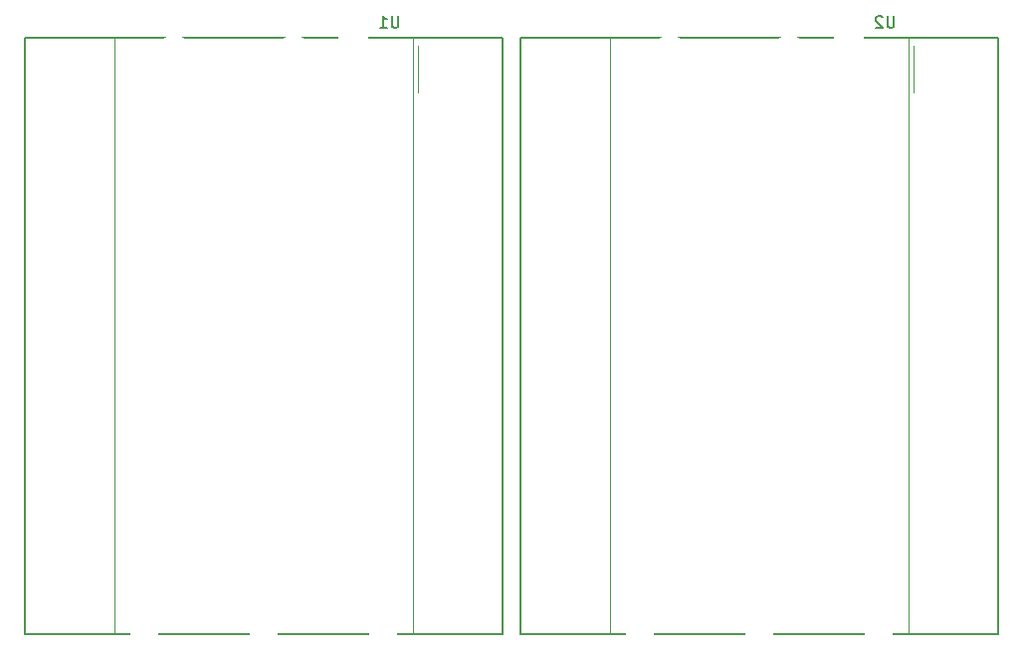
<source format=gbo>
G04 #@! TF.GenerationSoftware,KiCad,Pcbnew,5.1.6+dfsg1-1~bpo9+1*
G04 #@! TF.CreationDate,2022-05-29T17:42:38+02:00*
G04 #@! TF.ProjectId,sdrtrx-meanwell,73647274-7278-42d6-9d65-616e77656c6c,1*
G04 #@! TF.SameCoordinates,Original*
G04 #@! TF.FileFunction,Legend,Bot*
G04 #@! TF.FilePolarity,Positive*
%FSLAX46Y46*%
G04 Gerber Fmt 4.6, Leading zero omitted, Abs format (unit mm)*
G04 Created by KiCad (PCBNEW 5.1.6+dfsg1-1~bpo9+1) date 2022-05-29 17:42:38*
%MOMM*%
%LPD*%
G01*
G04 APERTURE LIST*
%ADD10C,0.150000*%
%ADD11C,0.127000*%
%ADD12C,0.120000*%
%ADD13C,2.100000*%
%ADD14O,2.100000X2.100000*%
%ADD15O,2.500000X2.500000*%
%ADD16C,2.500000*%
%ADD17C,5.180000*%
%ADD18O,2.600000X6.100001*%
%ADD19R,2.600000X6.100000*%
%ADD20O,2.600000X6.100000*%
%ADD21C,6.500000*%
G04 APERTURE END LIST*
D10*
X84074000Y60325000D02*
X84074000Y9525000D01*
X43434000Y9525000D02*
X43434000Y60325000D01*
X84074000Y9525000D02*
X43434000Y9525000D01*
D11*
X84074000Y60325000D02*
X43434000Y60325000D01*
D12*
X76835000Y59626000D02*
X76835000Y55626000D01*
X76454000Y60325000D02*
X51054000Y60325000D01*
X76454000Y60325000D02*
X76454000Y9525000D01*
X76454000Y9525000D02*
X51054000Y9525000D01*
X51054000Y9525000D02*
X51054000Y60325000D01*
D10*
X41910000Y60325000D02*
X41910000Y9525000D01*
X1270000Y9525000D02*
X1270000Y60325000D01*
X41910000Y9525000D02*
X1270000Y9525000D01*
D11*
X41910000Y60325000D02*
X1270000Y60325000D01*
D12*
X34671000Y59626000D02*
X34671000Y55626000D01*
X34290000Y60325000D02*
X8890000Y60325000D01*
X34290000Y60325000D02*
X34290000Y9525000D01*
X34290000Y9525000D02*
X8890000Y9525000D01*
X8890000Y9525000D02*
X8890000Y60325000D01*
D10*
X75183904Y62142619D02*
X75183904Y61333095D01*
X75136285Y61237857D01*
X75088666Y61190238D01*
X74993428Y61142619D01*
X74802952Y61142619D01*
X74707714Y61190238D01*
X74660095Y61237857D01*
X74612476Y61333095D01*
X74612476Y62142619D01*
X74183904Y62047380D02*
X74136285Y62095000D01*
X74041047Y62142619D01*
X73802952Y62142619D01*
X73707714Y62095000D01*
X73660095Y62047380D01*
X73612476Y61952142D01*
X73612476Y61856904D01*
X73660095Y61714047D01*
X74231523Y61142619D01*
X73612476Y61142619D01*
X33019904Y62142619D02*
X33019904Y61333095D01*
X32972285Y61237857D01*
X32924666Y61190238D01*
X32829428Y61142619D01*
X32638952Y61142619D01*
X32543714Y61190238D01*
X32496095Y61237857D01*
X32448476Y61333095D01*
X32448476Y62142619D01*
X31448476Y61142619D02*
X32019904Y61142619D01*
X31734190Y61142619D02*
X31734190Y62142619D01*
X31829428Y61999761D01*
X31924666Y61904523D01*
X32019904Y61856904D01*
%LPC*%
D13*
X5200000Y39600000D03*
X5200000Y29600000D03*
X47200000Y39600000D03*
X47200000Y29600000D03*
X80200000Y39200000D03*
X80200000Y29200000D03*
X38000000Y29600000D03*
X38000000Y39600000D03*
D14*
X19850000Y77150000D03*
D13*
X10650000Y73850000D03*
D14*
X62461300Y77280001D03*
D13*
X53261300Y73980001D03*
D15*
X19880000Y73800000D03*
D16*
X14800000Y73800000D03*
D15*
X62348000Y73955600D03*
D16*
X57268000Y73955600D03*
G36*
G01*
X44975000Y62634090D02*
X44975000Y64965910D01*
G75*
G02*
X45234090Y65225000I259090J0D01*
G01*
X47565910Y65225000D01*
G75*
G02*
X47825000Y64965910I0J-259090D01*
G01*
X47825000Y62634090D01*
G75*
G02*
X47565910Y62375000I-259090J0D01*
G01*
X45234090Y62375000D01*
G75*
G02*
X44975000Y62634090I0J259090D01*
G01*
G37*
G36*
G01*
X44930000Y75515090D02*
X44930000Y77846910D01*
G75*
G02*
X45189090Y78106000I259090J0D01*
G01*
X47520910Y78106000D01*
G75*
G02*
X47780000Y77846910I0J-259090D01*
G01*
X47780000Y75515090D01*
G75*
G02*
X47520910Y75256000I-259090J0D01*
G01*
X45189090Y75256000D01*
G75*
G02*
X44930000Y75515090I0J259090D01*
G01*
G37*
D17*
X80264000Y14351000D03*
X47244000Y54991000D03*
D18*
X53594000Y11811000D03*
X73914000Y11811000D03*
D19*
X71374000Y57531000D03*
D20*
X66294000Y57531000D03*
D18*
X56134000Y57531000D03*
X63754000Y11811000D03*
D17*
X38100000Y14351000D03*
X5080000Y54991000D03*
D18*
X11430000Y11811000D03*
X31750000Y11811000D03*
D19*
X29210000Y57531000D03*
D20*
X24130000Y57531000D03*
D18*
X13970000Y57531000D03*
X21590000Y11811000D03*
G36*
G01*
X20424090Y5870000D02*
X22755910Y5870000D01*
G75*
G02*
X23015000Y5610910I0J-259090D01*
G01*
X23015000Y3279090D01*
G75*
G02*
X22755910Y3020000I-259090J0D01*
G01*
X20424090Y3020000D01*
G75*
G02*
X20165000Y3279090I0J259090D01*
G01*
X20165000Y5610910D01*
G75*
G02*
X20424090Y5870000I259090J0D01*
G01*
G37*
G36*
G01*
X30634090Y5870000D02*
X32965910Y5870000D01*
G75*
G02*
X33225000Y5610910I0J-259090D01*
G01*
X33225000Y3279090D01*
G75*
G02*
X32965910Y3020000I-259090J0D01*
G01*
X30634090Y3020000D01*
G75*
G02*
X30375000Y3279090I0J259090D01*
G01*
X30375000Y5610910D01*
G75*
G02*
X30634090Y5870000I259090J0D01*
G01*
G37*
G36*
G01*
X62588090Y5743000D02*
X64919910Y5743000D01*
G75*
G02*
X65179000Y5483910I0J-259090D01*
G01*
X65179000Y3152090D01*
G75*
G02*
X64919910Y2893000I-259090J0D01*
G01*
X62588090Y2893000D01*
G75*
G02*
X62329000Y3152090I0J259090D01*
G01*
X62329000Y5483910D01*
G75*
G02*
X62588090Y5743000I259090J0D01*
G01*
G37*
G36*
G01*
X71224090Y5743000D02*
X73555910Y5743000D01*
G75*
G02*
X73815000Y5483910I0J-259090D01*
G01*
X73815000Y3152090D01*
G75*
G02*
X73555910Y2893000I-259090J0D01*
G01*
X71224090Y2893000D01*
G75*
G02*
X70965000Y3152090I0J259090D01*
G01*
X70965000Y5483910D01*
G75*
G02*
X71224090Y5743000I259090J0D01*
G01*
G37*
G36*
G01*
X5425000Y64965910D02*
X5425000Y62634090D01*
G75*
G02*
X5165910Y62375000I-259090J0D01*
G01*
X2834090Y62375000D01*
G75*
G02*
X2575000Y62634090I0J259090D01*
G01*
X2575000Y64965910D01*
G75*
G02*
X2834090Y65225000I259090J0D01*
G01*
X5165910Y65225000D01*
G75*
G02*
X5425000Y64965910I0J-259090D01*
G01*
G37*
G36*
G01*
X5362000Y77765910D02*
X5362000Y75434090D01*
G75*
G02*
X5102910Y75175000I-259090J0D01*
G01*
X2771090Y75175000D01*
G75*
G02*
X2512000Y75434090I0J259090D01*
G01*
X2512000Y77765910D01*
G75*
G02*
X2771090Y78025000I259090J0D01*
G01*
X5102910Y78025000D01*
G75*
G02*
X5362000Y77765910I0J-259090D01*
G01*
G37*
D21*
X80000000Y75010000D03*
X80000000Y5010000D03*
X30000000Y75010000D03*
X5000000Y5010000D03*
M02*

</source>
